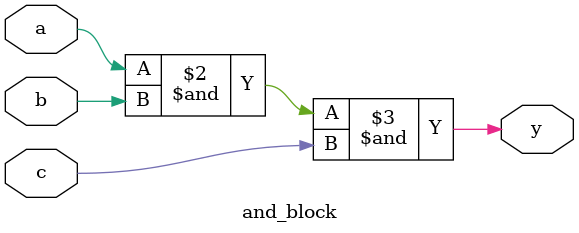
<source format=v>
module and_block
  (
  input wire a, b, c,
  output reg y
  );

  always @*
  begin
     y = a;
     y = y & b;
     y = y & c;
  end

endmodule
</source>
